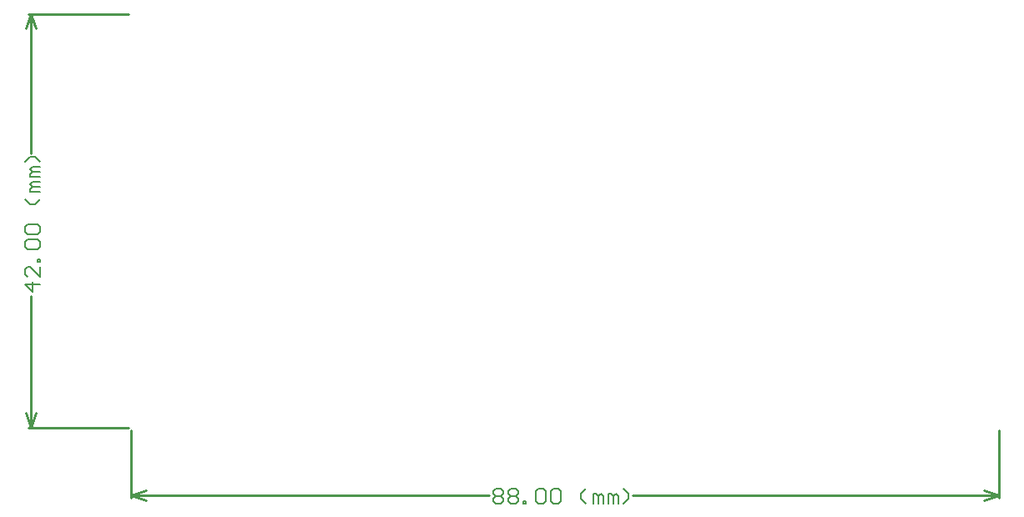
<source format=gm1>
%FSLAX42Y42*%
%MOMM*%
G71*
G01*
G75*
%ADD10C,0.20*%
%ADD11R,1.50X1.30*%
%ADD12R,0.30X1.45*%
%ADD13R,1.30X1.50*%
%ADD14C,1.00*%
%ADD15R,1.55X0.60*%
%ADD16R,1.80X1.60*%
%ADD17R,0.85X1.00*%
%ADD18R,1.80X0.60*%
%ADD19R,5.50X1.50*%
%ADD20R,1.45X0.30*%
%ADD21R,0.60X2.00*%
%ADD22R,3.00X3.00*%
%ADD23R,1.00X1.10*%
%ADD24R,0.60X2.20*%
%ADD25R,1.10X1.00*%
%ADD26R,1.80X2.15*%
%ADD27R,2.15X1.80*%
%ADD28R,0.60X2.25*%
%ADD29C,1.00*%
%ADD30C,0.25*%
%ADD31C,0.40*%
%ADD32C,0.50*%
%ADD33C,0.30*%
%ADD34C,0.25*%
%ADD35R,1.50X1.50*%
%ADD36C,1.50*%
%ADD37R,1.60X1.60*%
%ADD38C,1.60*%
%ADD39C,1.20*%
%ADD40C,4.76*%
%ADD41R,1.69X1.69*%
%ADD42C,1.69*%
%ADD43C,0.60*%
%ADD44R,2.80X0.65*%
%ADD45R,0.65X2.80*%
%ADD46R,1.70X1.50*%
%ADD47R,0.50X1.65*%
%ADD48R,1.50X1.70*%
%ADD49C,1.20*%
%ADD50R,1.75X0.80*%
%ADD51R,2.00X1.80*%
%ADD52R,1.05X1.20*%
%ADD53R,2.00X0.80*%
%ADD54R,5.70X1.70*%
%ADD55R,1.65X0.50*%
%ADD56R,0.80X2.20*%
%ADD57R,3.20X3.20*%
%ADD58R,1.20X1.30*%
%ADD59R,0.80X2.40*%
%ADD60R,1.30X1.20*%
%ADD61R,2.00X2.35*%
%ADD62R,2.35X2.00*%
%ADD63R,0.80X2.45*%
%ADD64R,1.70X1.70*%
%ADD65C,1.70*%
%ADD66R,1.80X1.80*%
%ADD67C,1.80*%
%ADD68C,1.40*%
%ADD69C,4.96*%
%ADD70R,1.89X1.89*%
%ADD71C,1.89*%
%ADD72C,0.80*%
%ADD73C,0.00*%
%ADD74C,0.15*%
D34*
X8800Y-4911D02*
Y-4225D01*
X0Y-4911D02*
Y-4225D01*
X5086Y-4886D02*
X8800D01*
X0D02*
X3633D01*
X8648Y-4835D02*
X8800Y-4886D01*
X8648Y-4937D02*
X8800Y-4886D01*
X0D02*
X152Y-4937D01*
X0Y-4886D02*
X152Y-4835D01*
X-1041Y0D02*
X-25D01*
X-1041Y-4200D02*
X-25D01*
X-1016Y-1414D02*
Y0D01*
Y-4200D02*
Y-2867D01*
X-1067Y-152D02*
X-1016Y0D01*
X-965Y-152D01*
X-1016Y-4200D02*
X-965Y-4048D01*
X-1067D02*
X-1016Y-4200D01*
D74*
X3674Y-4850D02*
X3699Y-4825D01*
X3750D01*
X3775Y-4850D01*
Y-4876D01*
X3750Y-4901D01*
X3775Y-4926D01*
Y-4952D01*
X3750Y-4977D01*
X3699D01*
X3674Y-4952D01*
Y-4926D01*
X3699Y-4901D01*
X3674Y-4876D01*
Y-4850D01*
X3699Y-4901D02*
X3750D01*
X3826Y-4850D02*
X3852Y-4825D01*
X3902D01*
X3928Y-4850D01*
Y-4876D01*
X3902Y-4901D01*
X3928Y-4926D01*
Y-4952D01*
X3902Y-4977D01*
X3852D01*
X3826Y-4952D01*
Y-4926D01*
X3852Y-4901D01*
X3826Y-4876D01*
Y-4850D01*
X3852Y-4901D02*
X3902D01*
X3978Y-4977D02*
Y-4952D01*
X4004D01*
Y-4977D01*
X3978D01*
X4105Y-4850D02*
X4131Y-4825D01*
X4182D01*
X4207Y-4850D01*
Y-4952D01*
X4182Y-4977D01*
X4131D01*
X4105Y-4952D01*
Y-4850D01*
X4258D02*
X4283Y-4825D01*
X4334D01*
X4359Y-4850D01*
Y-4952D01*
X4334Y-4977D01*
X4283D01*
X4258Y-4952D01*
Y-4850D01*
X4613Y-4977D02*
X4562Y-4926D01*
Y-4876D01*
X4613Y-4825D01*
X4689Y-4977D02*
Y-4876D01*
X4715D01*
X4740Y-4901D01*
Y-4977D01*
Y-4901D01*
X4766Y-4876D01*
X4791Y-4901D01*
Y-4977D01*
X4842D02*
Y-4876D01*
X4867D01*
X4893Y-4901D01*
Y-4977D01*
Y-4901D01*
X4918Y-4876D01*
X4943Y-4901D01*
Y-4977D01*
X4994D02*
X5045Y-4926D01*
Y-4876D01*
X4994Y-4825D01*
X-925Y-2750D02*
X-1077D01*
X-1001Y-2826D01*
Y-2725D01*
X-925Y-2572D02*
Y-2674D01*
X-1026Y-2572D01*
X-1052D01*
X-1077Y-2598D01*
Y-2648D01*
X-1052Y-2674D01*
X-925Y-2522D02*
X-950D01*
Y-2496D01*
X-925D01*
Y-2522D01*
X-1052Y-2395D02*
X-1077Y-2369D01*
Y-2318D01*
X-1052Y-2293D01*
X-950D01*
X-925Y-2318D01*
Y-2369D01*
X-950Y-2395D01*
X-1052D01*
Y-2242D02*
X-1077Y-2217D01*
Y-2166D01*
X-1052Y-2141D01*
X-950D01*
X-925Y-2166D01*
Y-2217D01*
X-950Y-2242D01*
X-1052D01*
X-925Y-1887D02*
X-975Y-1938D01*
X-1026D01*
X-1077Y-1887D01*
X-925Y-1811D02*
X-1026D01*
Y-1785D01*
X-1001Y-1760D01*
X-925D01*
X-1001D01*
X-1026Y-1734D01*
X-1001Y-1709D01*
X-925D01*
Y-1658D02*
X-1026D01*
Y-1633D01*
X-1001Y-1607D01*
X-925D01*
X-1001D01*
X-1026Y-1582D01*
X-1001Y-1557D01*
X-925D01*
Y-1506D02*
X-975Y-1455D01*
X-1026D01*
X-1077Y-1506D01*
M02*

</source>
